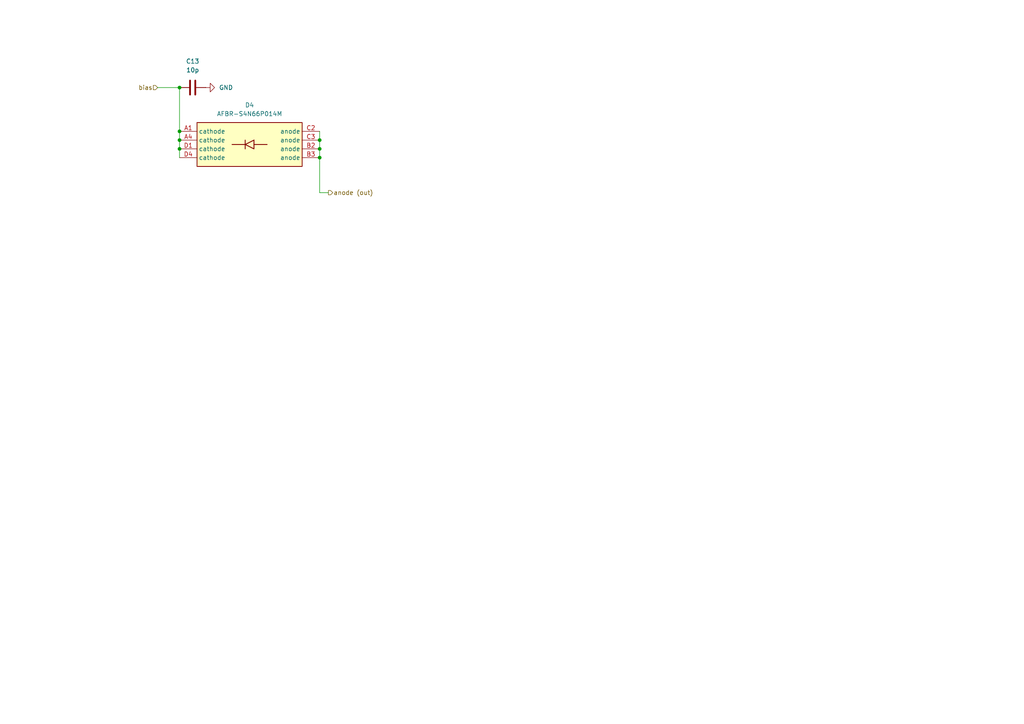
<source format=kicad_sch>
(kicad_sch (version 20250114) (generator "eeschema") (generator_version "9.0")
  (paper "A4")
  (lib_symbols
    (symbol "Device:C" (pin_numbers (hide yes)) (pin_names (offset 0.254))
      (property "Reference" "C" (at 0.635 2.54 0))
      (property "Value" "C" (at 0.635 -2.54 0))
      (symbol "C_0_1"
        (polyline (pts (xy -2.032 0.762) (xy 2.032 0.762)) (stroke (width 0.508)))
        (polyline (pts (xy -2.032 -0.762) (xy 2.032 -0.762)) (stroke (width 0.508)))
      )
      (symbol "C_1_1"
        (pin passive line (at 0 3.81 270) (length 2.794) (name "~") (number "1"))
        (pin passive line (at 0 -3.81 90) (length 2.794) (name "~") (number "2"))
      )
    )
    (symbol "Library:AFBR-S4N66P014M"
      (property "Reference" "D" (at 36.83 7.62 0))
      (property "Value" "AFBR-S4N66P014M" (at 36.83 5.08 0))
      (symbol "AFBR-S4N66P014M_0_1"
        (polyline (pts (xy 19.05 -2.54) (xy 19.05 -5.08)) (stroke (width 0.254)))
        (polyline (pts (xy 21.59 -2.54) (xy 21.59 -5.08) (xy 19.05 -3.81) (xy 21.59 -2.54)) (stroke (width 0.254)))
      )
      (symbol "AFBR-S4N66P014M_1_1"
        (rectangle (start 5.08 2.54) (end 35.56 -10.16) (stroke (width 0.254)) (fill (type background)))
        (polyline (pts (xy 19.05 -3.81) (xy 15.24 -3.81)) (stroke (width 0.254)))
        (polyline (pts (xy 25.4 -3.81) (xy 21.59 -3.81)) (stroke (width 0.254)))
        (pin passive line (at 0 0 0) (length 5.08) (name "cathode") (number "A1"))
        (pin passive line (at 0 -2.54 0) (length 5.08) (name "cathode") (number "A4"))
        (pin passive line (at 0 -5.08 0) (length 5.08) (name "cathode") (number "D1"))
        (pin passive line (at 0 -7.62 0) (length 5.08) (name "cathode") (number "D4"))
        (pin passive line (at 40.64 0 180) (length 5.08) (name "anode") (number "C2"))
        (pin passive line (at 40.64 -2.54 180) (length 5.08) (name "anode") (number "C3"))
        (pin passive line (at 40.64 -5.08 180) (length 5.08) (name "anode") (number "B2"))
        (pin passive line (at 40.64 -7.62 180) (length 5.08) (name "anode") (number "B3"))
      )
    )
    (symbol "power:GND" (power) (pin_numbers (hide yes)) (pin_names (offset 0) (hide yes))
      (property "Value" "GND" (at 0 -3.81 0))
      (symbol "GND_0_1"
        (polyline (pts (xy 0 0) (xy 0 -1.27) (xy 1.27 -1.27) (xy 0 -2.54) (xy -1.27 -1.27) (xy 0 -1.27)))
      )
      (symbol "GND_1_1"
        (pin power_in line (at 0 0 270) (length 0) (name "~") (number "1"))
      )
    )
  )
  (junction (at 52.07 25.4))
  (junction (at 92.71 45.72))
  (junction (at 52.07 40.64))
  (junction (at 52.07 38.1))
  (junction (at 92.71 43.18))
  (junction (at 92.71 40.64))
  (junction (at 52.07 43.18))
  (wire (pts (xy 92.71 40.64) (xy 92.71 43.18)))
  (wire (pts (xy 52.07 40.64) (xy 52.07 43.18)))
  (wire (pts (xy 52.07 38.1) (xy 52.07 40.64)))
  (wire (pts (xy 52.07 43.18) (xy 52.07 45.72)))
  (wire (pts (xy 92.71 45.72) (xy 92.71 55.88)))
  (wire (pts (xy 92.71 55.88) (xy 95.25 55.88)))
  (wire (pts (xy 92.71 43.18) (xy 92.71 45.72)))
  (wire (pts (xy 45.72 25.4) (xy 52.07 25.4)))
  (wire (pts (xy 52.07 25.4) (xy 52.07 38.1)))
  (wire (pts (xy 92.71 38.1) (xy 92.71 40.64)))
  (hierarchical_label "bias" (shape input) (at 45.72 25.4 180))
  (hierarchical_label "anode (out)" (shape output) (at 95.25 55.88 0))
  (symbol (lib_id "Device:C") (at 55.88 25.4 90) (unit 1)
    (property "Reference" "C10" (at 55.88 17.78 90))
    (property "Value" "10p" (at 55.88 20.32 90))
    (property "Footprint" "Capacitor_SMD:C_0805_2012Metric" (effects (hide yes)))
    (property "Description" "Unpolarized capacitor" (effects (hide yes)))
    (instances (project "10sipm-for-angled" (path "" (reference "C13") (unit 1)) (path "" (reference "C15") (unit 1)) (path "" (reference "C10") (unit 1)) (path "" (reference "C12") (unit 1)) (path "" (reference "C11") (unit 1)) (path "" (reference "C14") (unit 1)) (path "" (reference "C17") (unit 1)) (path "" (reference "C16") (unit 1)) (path "" (reference "C30") (unit 1)) (path "" (reference "C19") (unit 1)) (path "" (reference "C18") (unit 1))))
  )
  (symbol (lib_id "power:GND") (at 59.69 25.4 90) (unit 1)
    (property "Reference" "#PWR025" (effects (hide yes)))
    (property "Value" "GND" (at 63.5 25.3999 90) (effects (justify right)))
    (property "Description" "Power symbol creates a global label with name \"GND\" , ground" (effects (hide yes)))
    (instances (project "10sipm-for-angled" (path "" (reference "#PWR023") (unit 1)) (path "" (reference "#PWR027") (unit 1)) (path "" (reference "#PWR025") (unit 1)) (path "" (reference "#PWR021") (unit 1)) (path "" (reference "#PWR019") (unit 1)) (path "" (reference "#PWR0101") (unit 1)) (path "" (reference "#PWR031") (unit 1)) (path "" (reference "#PWR029") (unit 1)) (path "" (reference "#PWR036") (unit 1)) (path "" (reference "#PWR035") (unit 1)) (path "" (reference "#PWR033") (unit 1))))
  )
  (symbol (lib_id "Library:AFBR-S4N66P014M") (at 52.07 38.1 0) (unit 1)
    (property "Reference" "D1" (at 72.39 30.48 0))
    (property "Value" "AFBR-S4N66P014M" (at 72.39 33.02 0))
    (property "Footprint" "Library:AFBRS4N66P014M" (effects (hide yes)))
    (property "Datasheet" "https://docs.broadcom.com/doc/AFBR-S4N66P014M-NUV-MT-Silicon-Photomultiplier" (effects (hide yes)))
    (property "Description" "Photodiode 420nm Array - 8 Element" (effects (hide yes)))
    (property "Height" "1.23" (effects (hide yes)))
    (property "Mouser Part Number" "630-AFBR-S4N66P014M" (effects (hide yes)))
    (property "Mouser Price/Stock" "https://www.mouser.co.uk/ProductDetail/Broadcom-Avago/AFBR-S4N66P014M?qs=OcgtsXO%252B3gs5Z5K%252B7xDivg%3D%3D" (effects (hide yes)))
    (property "Manufacturer_Name" "Avago Technologies" (effects (hide yes)))
    (property "Manufacturer_Part_Number" "AFBR-S4N66P014M" (effects (hide yes)))
    (instances (project "" (path "" (reference "D4") (unit 1)) (path "" (reference "D6") (unit 1)) (path "" (reference "D1") (unit 1)) (path "" (reference "D3") (unit 1)) (path "" (reference "D2") (unit 1)) (path "" (reference "D5") (unit 1)) (path "" (reference "D8") (unit 1)) (path "" (reference "D7") (unit 1)) (path "" (reference "D11") (unit 1)) (path "" (reference "D10") (unit 1)) (path "" (reference "D9") (unit 1))))
  )
)
</source>
